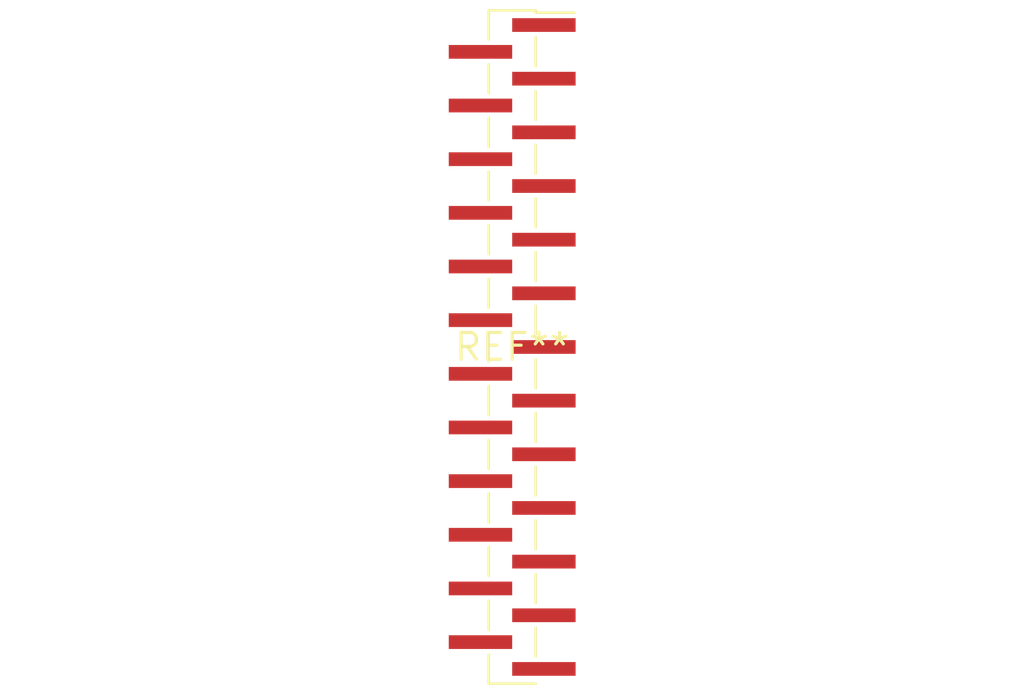
<source format=kicad_pcb>
(kicad_pcb (version 20240108) (generator pcbnew)
  (layers (0 "F.Cu" signal) (31 "B.Cu" signal) (34 "B.Paste" user) (35 "F.Paste" user) (36 "B.SilkS" user "B.Silkscreen") (37 "F.SilkS" user "F.Silkscreen") (38 "B.Mask" user) (39 "F.Mask" user) (44 "Edge.Cuts" user))
  (net 0 "")
  (footprint "PinHeader_1x25_P1.27mm_Vertical_SMD_Pin1Right" (layer "F.Cu") (at 0 0)
    (property "Reference" "REF**")
    (property "Value" "PinHeader_1x25_P1.27mm_Vertical_SMD_Pin1Right")
    (fp_line (start -1.11 -15.935) (end 1.11 -15.935) (layer "F.SilkS") (stroke (width 0.12)))
    (fp_line (start -1.11 -15.925) (end -1.11 -14.555) (layer "F.SilkS") (stroke (width 0.12)))
    (fp_line (start -1.11 -13.385) (end -1.11 -12.015) (layer "F.SilkS") (stroke (width 0.12)))
    (fp_line (start -1.11 -10.845) (end -1.11 -9.475) (layer "F.SilkS") (stroke (width 0.12)))
    (fp_line (start -1.11 -8.305) (end -1.11 -6.935) (layer "F.SilkS") (stroke (width 0.12)))
    (fp_line (start -1.11 -5.765) (end -1.11 -4.395) (layer "F.SilkS") (stroke (width 0.12)))
    (fp_line (start -1.11 -3.225) (end -1.11 -1.855) (layer "F.SilkS") (stroke (width 0.12)))
    (fp_line (start -1.11 -0.685) (end -1.11 0.685) (layer "F.SilkS") (stroke (width 0.12)))
    (fp_line (start -1.11 1.855) (end -1.11 3.225) (layer "F.SilkS") (stroke (width 0.12)))
    (fp_line (start -1.11 4.395) (end -1.11 5.765) (layer "F.SilkS") (stroke (width 0.12)))
    (fp_line (start -1.11 6.935) (end -1.11 8.305) (layer "F.SilkS") (stroke (width 0.12)))
    (fp_line (start -1.11 9.475) (end -1.11 10.845) (layer "F.SilkS") (stroke (width 0.12)))
    (fp_line (start -1.11 12.015) (end -1.11 13.385) (layer "F.SilkS") (stroke (width 0.12)))
    (fp_line (start -1.11 14.555) (end -1.11 15.925) (layer "F.SilkS") (stroke (width 0.12)))
    (fp_line (start -1.11 15.825) (end -1.11 15.935) (layer "F.SilkS") (stroke (width 0.12)))
    (fp_line (start -1.11 15.935) (end 1.11 15.935) (layer "F.SilkS") (stroke (width 0.12)))
    (fp_line (start 1.11 -15.935) (end 1.11 -15.825) (layer "F.SilkS") (stroke (width 0.12)))
    (fp_line (start 1.11 -15.825) (end 2.94 -15.825) (layer "F.SilkS") (stroke (width 0.12)))
    (fp_line (start 1.11 -14.655) (end 1.11 -13.285) (layer "F.SilkS") (stroke (width 0.12)))
    (fp_line (start 1.11 -12.115) (end 1.11 -10.745) (layer "F.SilkS") (stroke (width 0.12)))
    (fp_line (start 1.11 -9.575) (end 1.11 -8.205) (layer "F.SilkS") (stroke (width 0.12)))
    (fp_line (start 1.11 -7.035) (end 1.11 -5.665) (layer "F.SilkS") (stroke (width 0.12)))
    (fp_line (start 1.11 -4.495) (end 1.11 -3.125) (layer "F.SilkS") (stroke (width 0.12)))
    (fp_line (start 1.11 -1.955) (end 1.11 -0.585) (layer "F.SilkS") (stroke (width 0.12)))
    (fp_line (start 1.11 0.585) (end 1.11 1.955) (layer "F.SilkS") (stroke (width 0.12)))
    (fp_line (start 1.11 3.125) (end 1.11 4.495) (layer "F.SilkS") (stroke (width 0.12)))
    (fp_line (start 1.11 5.665) (end 1.11 7.035) (layer "F.SilkS") (stroke (width 0.12)))
    (fp_line (start 1.11 8.205) (end 1.11 9.575) (layer "F.SilkS") (stroke (width 0.12)))
    (fp_line (start 1.11 10.745) (end 1.11 12.115) (layer "F.SilkS") (stroke (width 0.12)))
    (fp_line (start 1.11 13.285) (end 1.11 14.655) (layer "F.SilkS") (stroke (width 0.12)))
    (pad "1" smd rect (at 1.5 -15.24) (size 3 0.65) (layers "F.Cu" "F.Paste" "F.Mask"))
    (pad "2" smd rect (at -1.5 -13.97) (size 3 0.65) (layers "F.Cu" "F.Paste" "F.Mask"))
    (pad "3" smd rect (at 1.5 -12.7) (size 3 0.65) (layers "F.Cu" "F.Paste" "F.Mask"))
    (pad "4" smd rect (at -1.5 -11.43) (size 3 0.65) (layers "F.Cu" "F.Paste" "F.Mask"))
    (pad "5" smd rect (at 1.5 -10.16) (size 3 0.65) (layers "F.Cu" "F.Paste" "F.Mask"))
    (pad "6" smd rect (at -1.5 -8.89) (size 3 0.65) (layers "F.Cu" "F.Paste" "F.Mask"))
    (pad "7" smd rect (at 1.5 -7.62) (size 3 0.65) (layers "F.Cu" "F.Paste" "F.Mask"))
    (pad "8" smd rect (at -1.5 -6.35) (size 3 0.65) (layers "F.Cu" "F.Paste" "F.Mask"))
    (pad "9" smd rect (at 1.5 -5.08) (size 3 0.65) (layers "F.Cu" "F.Paste" "F.Mask"))
    (pad "10" smd rect (at -1.5 -3.81) (size 3 0.65) (layers "F.Cu" "F.Paste" "F.Mask"))
    (pad "11" smd rect (at 1.5 -2.54) (size 3 0.65) (layers "F.Cu" "F.Paste" "F.Mask"))
    (pad "12" smd rect (at -1.5 -1.27) (size 3 0.65) (layers "F.Cu" "F.Paste" "F.Mask"))
    (pad "13" smd rect (at 1.5 0) (size 3 0.65) (layers "F.Cu" "F.Paste" "F.Mask"))
    (pad "14" smd rect (at -1.5 1.27) (size 3 0.65) (layers "F.Cu" "F.Paste" "F.Mask"))
    (pad "15" smd rect (at 1.5 2.54) (size 3 0.65) (layers "F.Cu" "F.Paste" "F.Mask"))
    (pad "16" smd rect (at -1.5 3.81) (size 3 0.65) (layers "F.Cu" "F.Paste" "F.Mask"))
    (pad "17" smd rect (at 1.5 5.08) (size 3 0.65) (layers "F.Cu" "F.Paste" "F.Mask"))
    (pad "18" smd rect (at -1.5 6.35) (size 3 0.65) (layers "F.Cu" "F.Paste" "F.Mask"))
    (pad "19" smd rect (at 1.5 7.62) (size 3 0.65) (layers "F.Cu" "F.Paste" "F.Mask"))
    (pad "20" smd rect (at -1.5 8.89) (size 3 0.65) (layers "F.Cu" "F.Paste" "F.Mask"))
    (pad "21" smd rect (at 1.5 10.16) (size 3 0.65) (layers "F.Cu" "F.Paste" "F.Mask"))
    (pad "22" smd rect (at -1.5 11.43) (size 3 0.65) (layers "F.Cu" "F.Paste" "F.Mask"))
    (pad "23" smd rect (at 1.5 12.7) (size 3 0.65) (layers "F.Cu" "F.Paste" "F.Mask"))
    (pad "24" smd rect (at -1.5 13.97) (size 3 0.65) (layers "F.Cu" "F.Paste" "F.Mask"))
    (pad "25" smd rect (at 1.5 15.24) (size 3 0.65) (layers "F.Cu" "F.Paste" "F.Mask"))
  )
)
</source>
